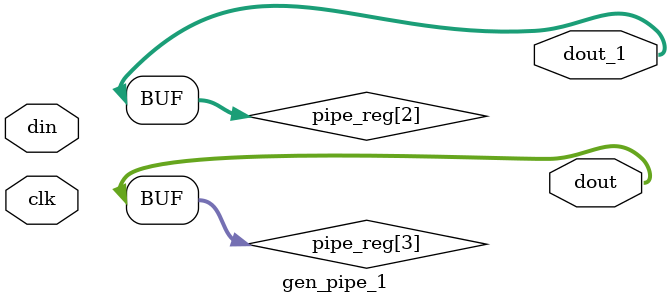
<source format=v>
module gen_pipe_1
	#(
	parameter PIPE_WIDTH   = 9'd32,
		  PIPE_DEPTH   = 5'd4
	)
	(
	input				clk,
	input	[PIPE_WIDTH -1 :0]	din,
	output	[PIPE_WIDTH -1 :0]	dout_1,
	output	[PIPE_WIDTH -1 :0]	dout
	);
	reg	[PIPE_WIDTH - 1:0]	pipe_reg [PIPE_DEPTH - 1:0];
	reg	[9:0]	n;
	always @(posedge clk) begin
		for(n=(PIPE_DEPTH[9:0] - 10'h1); n!=10'h0; n=n-10'h1)
			pipe_reg[n] <= pipe_reg[n-1];
		pipe_reg[0] <= din;;
	end
	assign dout = pipe_reg[PIPE_DEPTH - 1];
	assign dout_1 = pipe_reg[PIPE_DEPTH - 2];
endmodule
</source>
